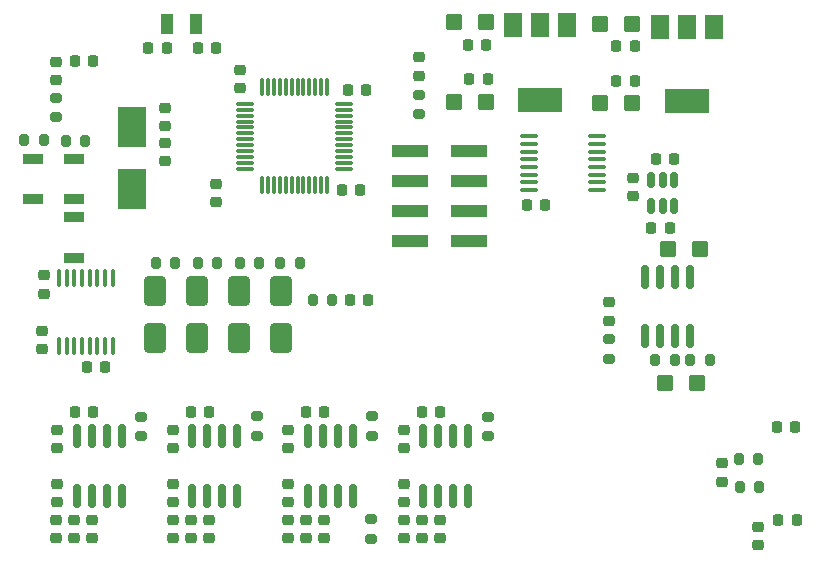
<source format=gbr>
%TF.GenerationSoftware,KiCad,Pcbnew,7.0.9*%
%TF.CreationDate,2024-02-09T01:39:57+08:00*%
%TF.ProjectId,yeg-channel,7965672d-6368-4616-9e6e-656c2e6b6963,rev?*%
%TF.SameCoordinates,Original*%
%TF.FileFunction,Paste,Top*%
%TF.FilePolarity,Positive*%
%FSLAX46Y46*%
G04 Gerber Fmt 4.6, Leading zero omitted, Abs format (unit mm)*
G04 Created by KiCad (PCBNEW 7.0.9) date 2024-02-09 01:39:57*
%MOMM*%
%LPD*%
G01*
G04 APERTURE LIST*
G04 Aperture macros list*
%AMRoundRect*
0 Rectangle with rounded corners*
0 $1 Rounding radius*
0 $2 $3 $4 $5 $6 $7 $8 $9 X,Y pos of 4 corners*
0 Add a 4 corners polygon primitive as box body*
4,1,4,$2,$3,$4,$5,$6,$7,$8,$9,$2,$3,0*
0 Add four circle primitives for the rounded corners*
1,1,$1+$1,$2,$3*
1,1,$1+$1,$4,$5*
1,1,$1+$1,$6,$7*
1,1,$1+$1,$8,$9*
0 Add four rect primitives between the rounded corners*
20,1,$1+$1,$2,$3,$4,$5,0*
20,1,$1+$1,$4,$5,$6,$7,0*
20,1,$1+$1,$6,$7,$8,$9,0*
20,1,$1+$1,$8,$9,$2,$3,0*%
G04 Aperture macros list end*
%ADD10RoundRect,0.250000X0.450000X0.425000X-0.450000X0.425000X-0.450000X-0.425000X0.450000X-0.425000X0*%
%ADD11RoundRect,0.225000X0.250000X-0.225000X0.250000X0.225000X-0.250000X0.225000X-0.250000X-0.225000X0*%
%ADD12RoundRect,0.200000X0.200000X0.275000X-0.200000X0.275000X-0.200000X-0.275000X0.200000X-0.275000X0*%
%ADD13RoundRect,0.200000X-0.200000X-0.275000X0.200000X-0.275000X0.200000X0.275000X-0.200000X0.275000X0*%
%ADD14RoundRect,0.225000X-0.225000X-0.250000X0.225000X-0.250000X0.225000X0.250000X-0.225000X0.250000X0*%
%ADD15RoundRect,0.200000X-0.275000X0.200000X-0.275000X-0.200000X0.275000X-0.200000X0.275000X0.200000X0*%
%ADD16RoundRect,0.162500X0.162500X-0.825000X0.162500X0.825000X-0.162500X0.825000X-0.162500X-0.825000X0*%
%ADD17RoundRect,0.225000X0.225000X0.250000X-0.225000X0.250000X-0.225000X-0.250000X0.225000X-0.250000X0*%
%ADD18RoundRect,0.218750X0.218750X0.256250X-0.218750X0.256250X-0.218750X-0.256250X0.218750X-0.256250X0*%
%ADD19RoundRect,0.100000X0.637500X0.100000X-0.637500X0.100000X-0.637500X-0.100000X0.637500X-0.100000X0*%
%ADD20RoundRect,0.150000X0.150000X-0.825000X0.150000X0.825000X-0.150000X0.825000X-0.150000X-0.825000X0*%
%ADD21RoundRect,0.225000X-0.250000X0.225000X-0.250000X-0.225000X0.250000X-0.225000X0.250000X0.225000X0*%
%ADD22RoundRect,0.200000X0.275000X-0.200000X0.275000X0.200000X-0.275000X0.200000X-0.275000X-0.200000X0*%
%ADD23R,1.700000X0.900000*%
%ADD24RoundRect,0.100000X0.100000X-0.637500X0.100000X0.637500X-0.100000X0.637500X-0.100000X-0.637500X0*%
%ADD25RoundRect,0.218750X0.256250X-0.218750X0.256250X0.218750X-0.256250X0.218750X-0.256250X-0.218750X0*%
%ADD26R,1.000000X1.800000*%
%ADD27RoundRect,0.150000X0.150000X-0.512500X0.150000X0.512500X-0.150000X0.512500X-0.150000X-0.512500X0*%
%ADD28RoundRect,0.250000X-0.650000X1.000000X-0.650000X-1.000000X0.650000X-1.000000X0.650000X1.000000X0*%
%ADD29RoundRect,0.075000X-0.662500X-0.075000X0.662500X-0.075000X0.662500X0.075000X-0.662500X0.075000X0*%
%ADD30RoundRect,0.075000X-0.075000X-0.662500X0.075000X-0.662500X0.075000X0.662500X-0.075000X0.662500X0*%
%ADD31RoundRect,0.218750X-0.218750X-0.256250X0.218750X-0.256250X0.218750X0.256250X-0.218750X0.256250X0*%
%ADD32R,1.500000X2.000000*%
%ADD33R,3.800000X2.000000*%
%ADD34R,2.400000X3.500000*%
%ADD35R,3.150000X1.000000*%
G04 APERTURE END LIST*
D10*
%TO.C,C5*%
X114826552Y-40047052D03*
X112126552Y-40047052D03*
%TD*%
D11*
%TO.C,C26*%
X75964552Y-80570552D03*
X75964552Y-79020552D03*
%TD*%
D12*
%TO.C,R17*%
X89452052Y-63415052D03*
X87802052Y-63415052D03*
%TD*%
D10*
%TO.C,C7*%
X114873552Y-46778052D03*
X112173552Y-46778052D03*
%TD*%
D13*
%TO.C,R6*%
X78060552Y-60303052D03*
X79710552Y-60303052D03*
%TD*%
D14*
%TO.C,C15*%
X90302552Y-54144052D03*
X91852552Y-54144052D03*
%TD*%
D15*
%TO.C,R14*%
X66058552Y-46334052D03*
X66058552Y-47984052D03*
%TD*%
D14*
%TO.C,C14*%
X90810552Y-45635052D03*
X92360552Y-45635052D03*
%TD*%
D12*
%TO.C,R1*%
X121442552Y-68557052D03*
X119792552Y-68557052D03*
%TD*%
D10*
%TO.C,C1*%
X102446552Y-39945052D03*
X99746552Y-39945052D03*
%TD*%
D16*
%TO.C,U8*%
X77615552Y-80049552D03*
X78885552Y-80049552D03*
X80155552Y-80049552D03*
X81425552Y-80049552D03*
X81425552Y-74974552D03*
X80155552Y-74974552D03*
X78885552Y-74974552D03*
X77615552Y-74974552D03*
%TD*%
%TO.C,U7*%
X67836552Y-80047052D03*
X69106552Y-80047052D03*
X70376552Y-80047052D03*
X71646552Y-80047052D03*
X71646552Y-74972052D03*
X70376552Y-74972052D03*
X69106552Y-74972052D03*
X67836552Y-74972052D03*
%TD*%
D17*
%TO.C,C6*%
X115060552Y-41952052D03*
X113510552Y-41952052D03*
%TD*%
D18*
%TO.C,D10*%
X128676500Y-74168000D03*
X127101500Y-74168000D03*
%TD*%
D19*
%TO.C,U5*%
X111847052Y-54133052D03*
X111847052Y-53483052D03*
X111847052Y-52833052D03*
X111847052Y-52183052D03*
X111847052Y-51533052D03*
X111847052Y-50883052D03*
X111847052Y-50233052D03*
X111847052Y-49583052D03*
X106122052Y-49583052D03*
X106122052Y-50233052D03*
X106122052Y-50883052D03*
X106122052Y-51533052D03*
X106122052Y-52183052D03*
X106122052Y-52833052D03*
X106122052Y-53483052D03*
X106122052Y-54133052D03*
%TD*%
D17*
%TO.C,C8*%
X115060552Y-44873052D03*
X113510552Y-44873052D03*
%TD*%
D15*
%TO.C,R3*%
X92728552Y-82021052D03*
X92728552Y-83671052D03*
%TD*%
D11*
%TO.C,C37*%
X87267552Y-83621052D03*
X87267552Y-82071052D03*
%TD*%
%TO.C,C49*%
X122491500Y-78829500D03*
X122491500Y-77279500D03*
%TD*%
D14*
%TO.C,C44*%
X105923552Y-55414052D03*
X107473552Y-55414052D03*
%TD*%
D16*
%TO.C,U9*%
X87394552Y-80049552D03*
X88664552Y-80049552D03*
X89934552Y-80049552D03*
X91204552Y-80049552D03*
X91204552Y-74974552D03*
X89934552Y-74974552D03*
X88664552Y-74974552D03*
X87394552Y-74974552D03*
%TD*%
D13*
%TO.C,R4*%
X74504552Y-60303052D03*
X76154552Y-60303052D03*
%TD*%
D20*
%TO.C,U4*%
X115982552Y-66460052D03*
X117252552Y-66460052D03*
X118522552Y-66460052D03*
X119792552Y-66460052D03*
X119792552Y-61510052D03*
X118522552Y-61510052D03*
X117252552Y-61510052D03*
X115982552Y-61510052D03*
%TD*%
D10*
%TO.C,C10*%
X120380552Y-70462052D03*
X117680552Y-70462052D03*
%TD*%
D21*
%TO.C,C50*%
X79647552Y-53623052D03*
X79647552Y-55173052D03*
%TD*%
D11*
%TO.C,C31*%
X85743552Y-83634052D03*
X85743552Y-82084052D03*
%TD*%
D15*
%TO.C,R15*%
X96792552Y-46054552D03*
X96792552Y-47704552D03*
%TD*%
%TO.C,R16*%
X112921552Y-66781052D03*
X112921552Y-68431052D03*
%TD*%
D21*
%TO.C,C21*%
X85743552Y-74464052D03*
X85743552Y-76014052D03*
%TD*%
%TO.C,C41*%
X65042552Y-61370052D03*
X65042552Y-62920052D03*
%TD*%
%TO.C,C17*%
X66185552Y-74448552D03*
X66185552Y-75998552D03*
%TD*%
D13*
%TO.C,R10*%
X85045552Y-60303052D03*
X86695552Y-60303052D03*
%TD*%
D18*
%TO.C,D9*%
X128803500Y-82042000D03*
X127228500Y-82042000D03*
%TD*%
D22*
%TO.C,R5*%
X73279000Y-74993000D03*
X73279000Y-73343000D03*
%TD*%
D14*
%TO.C,C20*%
X77475552Y-72937552D03*
X79025552Y-72937552D03*
%TD*%
D23*
%TO.C,SW1*%
X67582552Y-59859052D03*
X67582552Y-56459052D03*
%TD*%
D22*
%TO.C,R7*%
X83058000Y-74929000D03*
X83058000Y-73279000D03*
%TD*%
D11*
%TO.C,C32*%
X95522552Y-83631552D03*
X95522552Y-82081552D03*
%TD*%
D24*
%TO.C,U11*%
X66334552Y-67352052D03*
X66984552Y-67352052D03*
X67634552Y-67352052D03*
X68284552Y-67352052D03*
X68934552Y-67352052D03*
X69584552Y-67352052D03*
X70234552Y-67352052D03*
X70884552Y-67352052D03*
X70884552Y-61627052D03*
X70234552Y-61627052D03*
X69584552Y-61627052D03*
X68934552Y-61627052D03*
X68284552Y-61627052D03*
X67634552Y-61627052D03*
X66984552Y-61627052D03*
X66334552Y-61627052D03*
%TD*%
D25*
%TO.C,D12*%
X125476000Y-84226500D03*
X125476000Y-82651500D03*
%TD*%
D11*
%TO.C,C33*%
X69106552Y-83605552D03*
X69106552Y-82055552D03*
%TD*%
D17*
%TO.C,C2*%
X102519552Y-41850052D03*
X100969552Y-41850052D03*
%TD*%
D12*
%TO.C,R12*%
X125602500Y-79324500D03*
X123952500Y-79324500D03*
%TD*%
D26*
%TO.C,Y1*%
X77963552Y-40047052D03*
X75463552Y-40047052D03*
%TD*%
D27*
%TO.C,U3*%
X116495552Y-55530052D03*
X117445552Y-55530052D03*
X118395552Y-55530052D03*
X118395552Y-53255052D03*
X117445552Y-53255052D03*
X116495552Y-53255052D03*
%TD*%
D12*
%TO.C,R18*%
X65042552Y-49904052D03*
X63392552Y-49904052D03*
%TD*%
D21*
%TO.C,C42*%
X64915552Y-66056052D03*
X64915552Y-67606052D03*
%TD*%
D11*
%TO.C,C36*%
X79012552Y-83618552D03*
X79012552Y-82068552D03*
%TD*%
D23*
%TO.C,SW3*%
X64153552Y-51506052D03*
X64153552Y-54906052D03*
%TD*%
D17*
%TO.C,C4*%
X102633552Y-44771052D03*
X101083552Y-44771052D03*
%TD*%
D12*
%TO.C,R2*%
X118458552Y-68557052D03*
X116808552Y-68557052D03*
%TD*%
D14*
%TO.C,C51*%
X67683552Y-43222052D03*
X69233552Y-43222052D03*
%TD*%
D28*
%TO.C,D2*%
X77996552Y-62685052D03*
X77996552Y-66685052D03*
%TD*%
D11*
%TO.C,C39*%
X97046552Y-83618552D03*
X97046552Y-82068552D03*
%TD*%
D23*
%TO.C,SW2*%
X67582552Y-51506052D03*
X67582552Y-54906052D03*
%TD*%
D10*
%TO.C,C9*%
X120587552Y-59159052D03*
X117887552Y-59159052D03*
%TD*%
%TO.C,C3*%
X102446552Y-46676052D03*
X99746552Y-46676052D03*
%TD*%
D28*
%TO.C,D1*%
X74440552Y-62653052D03*
X74440552Y-66653052D03*
%TD*%
D11*
%TO.C,C28*%
X95522552Y-80570552D03*
X95522552Y-79020552D03*
%TD*%
D12*
%TO.C,R13*%
X125539500Y-76911500D03*
X123889500Y-76911500D03*
%TD*%
D25*
%TO.C,D5*%
X66058552Y-44861052D03*
X66058552Y-43286052D03*
%TD*%
D14*
%TO.C,C43*%
X68699552Y-69130052D03*
X70249552Y-69130052D03*
%TD*%
%TO.C,C22*%
X87254552Y-72940052D03*
X88804552Y-72940052D03*
%TD*%
D29*
%TO.C,U6*%
X82117552Y-46842052D03*
X82117552Y-47342052D03*
X82117552Y-47842052D03*
X82117552Y-48342052D03*
X82117552Y-48842052D03*
X82117552Y-49342052D03*
X82117552Y-49842052D03*
X82117552Y-50342052D03*
X82117552Y-50842052D03*
X82117552Y-51342052D03*
X82117552Y-51842052D03*
X82117552Y-52342052D03*
D30*
X83530052Y-53754552D03*
X84030052Y-53754552D03*
X84530052Y-53754552D03*
X85030052Y-53754552D03*
X85530052Y-53754552D03*
X86030052Y-53754552D03*
X86530052Y-53754552D03*
X87030052Y-53754552D03*
X87530052Y-53754552D03*
X88030052Y-53754552D03*
X88530052Y-53754552D03*
X89030052Y-53754552D03*
D29*
X90442552Y-52342052D03*
X90442552Y-51842052D03*
X90442552Y-51342052D03*
X90442552Y-50842052D03*
X90442552Y-50342052D03*
X90442552Y-49842052D03*
X90442552Y-49342052D03*
X90442552Y-48842052D03*
X90442552Y-48342052D03*
X90442552Y-47842052D03*
X90442552Y-47342052D03*
X90442552Y-46842052D03*
D30*
X89030052Y-45429552D03*
X88530052Y-45429552D03*
X88030052Y-45429552D03*
X87530052Y-45429552D03*
X87030052Y-45429552D03*
X86530052Y-45429552D03*
X86030052Y-45429552D03*
X85530052Y-45429552D03*
X85030052Y-45429552D03*
X84530052Y-45429552D03*
X84030052Y-45429552D03*
X83530052Y-45429552D03*
%TD*%
D22*
%TO.C,R11*%
X102616000Y-74993000D03*
X102616000Y-73343000D03*
%TD*%
D21*
%TO.C,C47*%
X75329552Y-47159052D03*
X75329552Y-48709052D03*
%TD*%
D11*
%TO.C,C25*%
X66185552Y-80570552D03*
X66185552Y-79020552D03*
%TD*%
%TO.C,C29*%
X66058552Y-83618552D03*
X66058552Y-82068552D03*
%TD*%
D21*
%TO.C,C11*%
X114966552Y-53102052D03*
X114966552Y-54652052D03*
%TD*%
D17*
%TO.C,C12*%
X118040552Y-57319052D03*
X116490552Y-57319052D03*
%TD*%
D11*
%TO.C,C34*%
X67582552Y-83605552D03*
X67582552Y-82055552D03*
%TD*%
D25*
%TO.C,D6*%
X96792552Y-44492052D03*
X96792552Y-42917052D03*
%TD*%
D31*
%TO.C,D8*%
X90950552Y-63415052D03*
X92525552Y-63415052D03*
%TD*%
D28*
%TO.C,D4*%
X85108552Y-62653052D03*
X85108552Y-66653052D03*
%TD*%
D17*
%TO.C,C45*%
X79647552Y-42079052D03*
X78097552Y-42079052D03*
%TD*%
D21*
%TO.C,C48*%
X75311000Y-50152000D03*
X75311000Y-51702000D03*
%TD*%
D11*
%TO.C,C35*%
X77488552Y-83618552D03*
X77488552Y-82068552D03*
%TD*%
D32*
%TO.C,U2*%
X121806552Y-40301052D03*
X119506552Y-40301052D03*
D33*
X119506552Y-46601052D03*
D32*
X117206552Y-40301052D03*
%TD*%
D11*
%TO.C,C27*%
X85743552Y-80560052D03*
X85743552Y-79010052D03*
%TD*%
D28*
%TO.C,D3*%
X81552552Y-62653052D03*
X81552552Y-66653052D03*
%TD*%
D14*
%TO.C,C18*%
X67696552Y-72937552D03*
X69246552Y-72937552D03*
%TD*%
D17*
%TO.C,C13*%
X118395552Y-51477052D03*
X116845552Y-51477052D03*
%TD*%
D11*
%TO.C,C16*%
X81679552Y-45534052D03*
X81679552Y-43984052D03*
%TD*%
D34*
%TO.C,Y2*%
X72535552Y-48817052D03*
X72535552Y-54017052D03*
%TD*%
D22*
%TO.C,R9*%
X92837000Y-74929000D03*
X92837000Y-73279000D03*
%TD*%
D21*
%TO.C,C19*%
X75964552Y-74435552D03*
X75964552Y-75985552D03*
%TD*%
D16*
%TO.C,U10*%
X97173552Y-80047052D03*
X98443552Y-80047052D03*
X99713552Y-80047052D03*
X100983552Y-80047052D03*
X100983552Y-74972052D03*
X99713552Y-74972052D03*
X98443552Y-74972052D03*
X97173552Y-74972052D03*
%TD*%
D11*
%TO.C,C30*%
X75964552Y-83618552D03*
X75964552Y-82068552D03*
%TD*%
D32*
%TO.C,U1*%
X109379552Y-40199052D03*
X107079552Y-40199052D03*
D33*
X107079552Y-46499052D03*
D32*
X104779552Y-40199052D03*
%TD*%
D35*
%TO.C,J4*%
X101080552Y-58462052D03*
X96030552Y-58462052D03*
X101080552Y-55922052D03*
X96030552Y-55922052D03*
X101080552Y-53382052D03*
X96030552Y-53382052D03*
X101080552Y-50842052D03*
X96030552Y-50842052D03*
%TD*%
D11*
%TO.C,C40*%
X98559552Y-83618552D03*
X98559552Y-82068552D03*
%TD*%
D25*
%TO.C,D7*%
X112921552Y-65218552D03*
X112921552Y-63643552D03*
%TD*%
D11*
%TO.C,C38*%
X88791552Y-83621052D03*
X88791552Y-82071052D03*
%TD*%
D17*
%TO.C,C46*%
X75456552Y-42079052D03*
X73906552Y-42079052D03*
%TD*%
D21*
%TO.C,C23*%
X95522552Y-74448552D03*
X95522552Y-75998552D03*
%TD*%
D13*
%TO.C,R19*%
X66884552Y-49953052D03*
X68534552Y-49953052D03*
%TD*%
D14*
%TO.C,C24*%
X97033552Y-72937552D03*
X98583552Y-72937552D03*
%TD*%
D13*
%TO.C,R8*%
X81616552Y-60303052D03*
X83266552Y-60303052D03*
%TD*%
M02*

</source>
